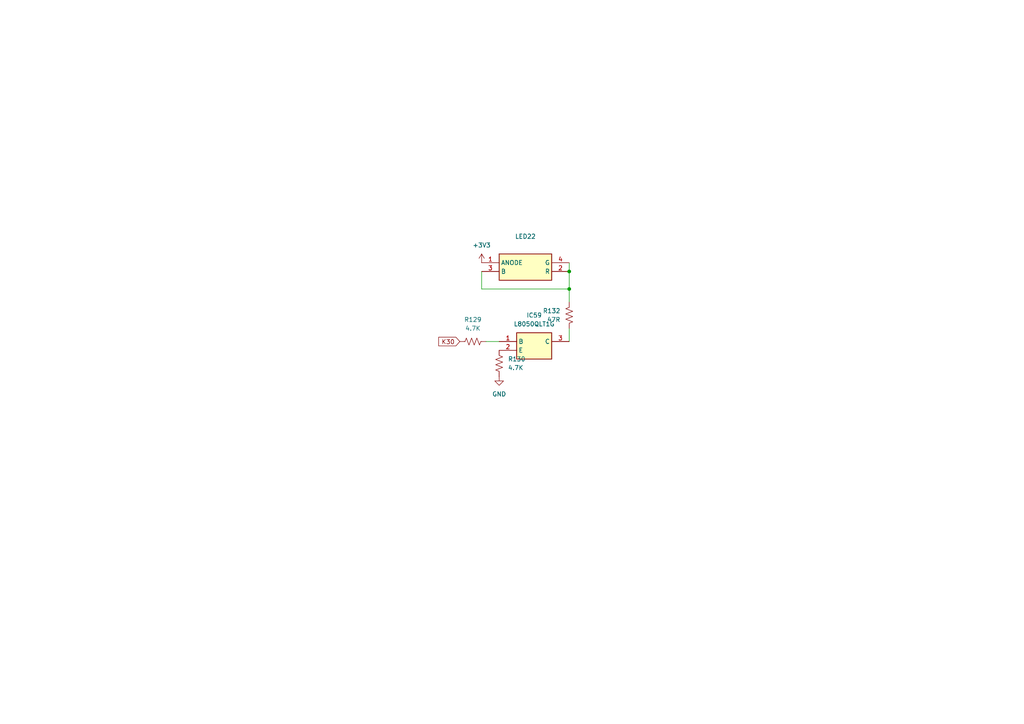
<source format=kicad_sch>
(kicad_sch
	(version 20231120)
	(generator "eeschema")
	(generator_version "8.0")
	(uuid "13692a03-f017-4d54-8fc8-47e96244986a")
	(paper "A4")
	(lib_symbols
		(symbol "Device:R_US"
			(pin_numbers hide)
			(pin_names
				(offset 0)
			)
			(exclude_from_sim no)
			(in_bom yes)
			(on_board yes)
			(property "Reference" "R"
				(at 2.54 0 90)
				(effects
					(font
						(size 1.27 1.27)
					)
				)
			)
			(property "Value" "R_US"
				(at -2.54 0 90)
				(effects
					(font
						(size 1.27 1.27)
					)
				)
			)
			(property "Footprint" ""
				(at 1.016 -0.254 90)
				(effects
					(font
						(size 1.27 1.27)
					)
					(hide yes)
				)
			)
			(property "Datasheet" "~"
				(at 0 0 0)
				(effects
					(font
						(size 1.27 1.27)
					)
					(hide yes)
				)
			)
			(property "Description" "Resistor, US symbol"
				(at 0 0 0)
				(effects
					(font
						(size 1.27 1.27)
					)
					(hide yes)
				)
			)
			(property "ki_keywords" "R res resistor"
				(at 0 0 0)
				(effects
					(font
						(size 1.27 1.27)
					)
					(hide yes)
				)
			)
			(property "ki_fp_filters" "R_*"
				(at 0 0 0)
				(effects
					(font
						(size 1.27 1.27)
					)
					(hide yes)
				)
			)
			(symbol "R_US_0_1"
				(polyline
					(pts
						(xy 0 -2.286) (xy 0 -2.54)
					)
					(stroke
						(width 0)
						(type default)
					)
					(fill
						(type none)
					)
				)
				(polyline
					(pts
						(xy 0 2.286) (xy 0 2.54)
					)
					(stroke
						(width 0)
						(type default)
					)
					(fill
						(type none)
					)
				)
				(polyline
					(pts
						(xy 0 -0.762) (xy 1.016 -1.143) (xy 0 -1.524) (xy -1.016 -1.905) (xy 0 -2.286)
					)
					(stroke
						(width 0)
						(type default)
					)
					(fill
						(type none)
					)
				)
				(polyline
					(pts
						(xy 0 0.762) (xy 1.016 0.381) (xy 0 0) (xy -1.016 -0.381) (xy 0 -0.762)
					)
					(stroke
						(width 0)
						(type default)
					)
					(fill
						(type none)
					)
				)
				(polyline
					(pts
						(xy 0 2.286) (xy 1.016 1.905) (xy 0 1.524) (xy -1.016 1.143) (xy 0 0.762)
					)
					(stroke
						(width 0)
						(type default)
					)
					(fill
						(type none)
					)
				)
			)
			(symbol "R_US_1_1"
				(pin passive line
					(at 0 3.81 270)
					(length 1.27)
					(name "~"
						(effects
							(font
								(size 1.27 1.27)
							)
						)
					)
					(number "1"
						(effects
							(font
								(size 1.27 1.27)
							)
						)
					)
				)
				(pin passive line
					(at 0 -3.81 90)
					(length 1.27)
					(name "~"
						(effects
							(font
								(size 1.27 1.27)
							)
						)
					)
					(number "2"
						(effects
							(font
								(size 1.27 1.27)
							)
						)
					)
				)
			)
		)
		(symbol "L8050QLT1G:L8050QLT1G"
			(exclude_from_sim no)
			(in_bom yes)
			(on_board yes)
			(property "Reference" "IC"
				(at 16.51 7.62 0)
				(effects
					(font
						(size 1.27 1.27)
					)
					(justify left top)
				)
			)
			(property "Value" "L8050QLT1G"
				(at 16.51 5.08 0)
				(effects
					(font
						(size 1.27 1.27)
					)
					(justify left top)
				)
			)
			(property "Footprint" "L8050QLT1G"
				(at 16.51 -94.92 0)
				(effects
					(font
						(size 1.27 1.27)
					)
					(justify left top)
					(hide yes)
				)
			)
			(property "Datasheet" "https://datasheet.datasheetarchive.com/originals/distributors/Datasheets-28/DSA-558356.pdf"
				(at 16.51 -194.92 0)
				(effects
					(font
						(size 1.27 1.27)
					)
					(justify left top)
					(hide yes)
				)
			)
			(property "Description" "Trans GP BJT NPN 25V 0.8A 3-Pin SOT-23 T/R"
				(at 0 0 0)
				(effects
					(font
						(size 1.27 1.27)
					)
					(hide yes)
				)
			)
			(property "Height" "1.11"
				(at 16.51 -394.92 0)
				(effects
					(font
						(size 1.27 1.27)
					)
					(justify left top)
					(hide yes)
				)
			)
			(property "Manufacturer_Name" "LRC"
				(at 16.51 -494.92 0)
				(effects
					(font
						(size 1.27 1.27)
					)
					(justify left top)
					(hide yes)
				)
			)
			(property "Manufacturer_Part_Number" "L8050QLT1G"
				(at 16.51 -594.92 0)
				(effects
					(font
						(size 1.27 1.27)
					)
					(justify left top)
					(hide yes)
				)
			)
			(property "Mouser Part Number" ""
				(at 16.51 -694.92 0)
				(effects
					(font
						(size 1.27 1.27)
					)
					(justify left top)
					(hide yes)
				)
			)
			(property "Mouser Price/Stock" ""
				(at 16.51 -794.92 0)
				(effects
					(font
						(size 1.27 1.27)
					)
					(justify left top)
					(hide yes)
				)
			)
			(property "Arrow Part Number" ""
				(at 16.51 -894.92 0)
				(effects
					(font
						(size 1.27 1.27)
					)
					(justify left top)
					(hide yes)
				)
			)
			(property "Arrow Price/Stock" ""
				(at 16.51 -994.92 0)
				(effects
					(font
						(size 1.27 1.27)
					)
					(justify left top)
					(hide yes)
				)
			)
			(symbol "L8050QLT1G_1_1"
				(rectangle
					(start 5.08 2.54)
					(end 15.24 -5.08)
					(stroke
						(width 0.254)
						(type default)
					)
					(fill
						(type background)
					)
				)
				(pin passive line
					(at 0 0 0)
					(length 5.08)
					(name "B"
						(effects
							(font
								(size 1.27 1.27)
							)
						)
					)
					(number "1"
						(effects
							(font
								(size 1.27 1.27)
							)
						)
					)
				)
				(pin passive line
					(at 0 -2.54 0)
					(length 5.08)
					(name "E"
						(effects
							(font
								(size 1.27 1.27)
							)
						)
					)
					(number "2"
						(effects
							(font
								(size 1.27 1.27)
							)
						)
					)
				)
				(pin passive line
					(at 20.32 0 180)
					(length 5.08)
					(name "C"
						(effects
							(font
								(size 1.27 1.27)
							)
						)
					)
					(number "3"
						(effects
							(font
								(size 1.27 1.27)
							)
						)
					)
				)
			)
		)
		(symbol "LTRBR37G-4R4S-0125-0-2-R18:LTRBR37G-4R4S-0125-0-2-R18"
			(exclude_from_sim no)
			(in_bom yes)
			(on_board yes)
			(property "Reference" "LED"
				(at 21.59 7.62 0)
				(effects
					(font
						(size 1.27 1.27)
					)
					(justify left top)
				)
			)
			(property "Value" "LTRBR37G-4R4S-0125-0-2-R18"
				(at 21.59 5.08 0)
				(effects
					(font
						(size 1.27 1.27)
					)
					(justify left top)
				)
			)
			(property "Footprint" "LTRBR37G4R4S012502R18"
				(at 21.59 -94.92 0)
				(effects
					(font
						(size 1.27 1.27)
					)
					(justify left top)
					(hide yes)
				)
			)
			(property "Datasheet" "https://dammedia.osram.info/media/resource/hires/osram-dam-6751107/LTRB%20R37G_EN.pdf"
				(at 21.59 -194.92 0)
				(effects
					(font
						(size 1.27 1.27)
					)
					(justify left top)
					(hide yes)
				)
			)
			(property "Description" "Standard LEDs - SMD RGB LED"
				(at 0 0 0)
				(effects
					(font
						(size 1.27 1.27)
					)
					(hide yes)
				)
			)
			(property "Height" "0.35"
				(at 21.59 -394.92 0)
				(effects
					(font
						(size 1.27 1.27)
					)
					(justify left top)
					(hide yes)
				)
			)
			(property "Manufacturer_Name" "ams OSRAM"
				(at 21.59 -494.92 0)
				(effects
					(font
						(size 1.27 1.27)
					)
					(justify left top)
					(hide yes)
				)
			)
			(property "Manufacturer_Part_Number" "LTRBR37G-4R4S-0125-0-2-R18"
				(at 21.59 -594.92 0)
				(effects
					(font
						(size 1.27 1.27)
					)
					(justify left top)
					(hide yes)
				)
			)
			(property "Mouser Part Number" "720-LTRBR37GA6714"
				(at 21.59 -694.92 0)
				(effects
					(font
						(size 1.27 1.27)
					)
					(justify left top)
					(hide yes)
				)
			)
			(property "Mouser Price/Stock" "https://www.mouser.co.uk/ProductDetail/OSRAM-Opto-Semiconductors/LTRBR37G-4R4S-0125-0-2-R18?qs=PzGy0jfpSMv%252B%2FTjn17xfbA%3D%3D"
				(at 21.59 -794.92 0)
				(effects
					(font
						(size 1.27 1.27)
					)
					(justify left top)
					(hide yes)
				)
			)
			(property "Arrow Part Number" "LTRBR37G-4R4S-0125-0-2-R18"
				(at 21.59 -894.92 0)
				(effects
					(font
						(size 1.27 1.27)
					)
					(justify left top)
					(hide yes)
				)
			)
			(property "Arrow Price/Stock" "https://www.arrow.com/en/products/ltrbr37g-4r4s-0125-0-2-r18/osram-opto-semiconductors?region=nac"
				(at 21.59 -994.92 0)
				(effects
					(font
						(size 1.27 1.27)
					)
					(justify left top)
					(hide yes)
				)
			)
			(symbol "LTRBR37G-4R4S-0125-0-2-R18_1_1"
				(rectangle
					(start 5.08 2.54)
					(end 20.32 -5.08)
					(stroke
						(width 0.254)
						(type default)
					)
					(fill
						(type background)
					)
				)
				(pin passive line
					(at 25.4 0 180)
					(length 5.08)
					(name "ANODE"
						(effects
							(font
								(size 1.27 1.27)
							)
						)
					)
					(number "1"
						(effects
							(font
								(size 1.27 1.27)
							)
						)
					)
				)
				(pin passive line
					(at 0 -2.54 0)
					(length 5.08)
					(name "R"
						(effects
							(font
								(size 1.27 1.27)
							)
						)
					)
					(number "2"
						(effects
							(font
								(size 1.27 1.27)
							)
						)
					)
				)
				(pin passive line
					(at 25.4 -2.54 180)
					(length 5.08)
					(name "B"
						(effects
							(font
								(size 1.27 1.27)
							)
						)
					)
					(number "3"
						(effects
							(font
								(size 1.27 1.27)
							)
						)
					)
				)
				(pin passive line
					(at 0 0 0)
					(length 5.08)
					(name "G"
						(effects
							(font
								(size 1.27 1.27)
							)
						)
					)
					(number "4"
						(effects
							(font
								(size 1.27 1.27)
							)
						)
					)
				)
			)
		)
		(symbol "power:+3V3"
			(power)
			(pin_numbers hide)
			(pin_names
				(offset 0) hide)
			(exclude_from_sim no)
			(in_bom yes)
			(on_board yes)
			(property "Reference" "#PWR"
				(at 0 -3.81 0)
				(effects
					(font
						(size 1.27 1.27)
					)
					(hide yes)
				)
			)
			(property "Value" "+3V3"
				(at 0 3.556 0)
				(effects
					(font
						(size 1.27 1.27)
					)
				)
			)
			(property "Footprint" ""
				(at 0 0 0)
				(effects
					(font
						(size 1.27 1.27)
					)
					(hide yes)
				)
			)
			(property "Datasheet" ""
				(at 0 0 0)
				(effects
					(font
						(size 1.27 1.27)
					)
					(hide yes)
				)
			)
			(property "Description" "Power symbol creates a global label with name \"+3V3\""
				(at 0 0 0)
				(effects
					(font
						(size 1.27 1.27)
					)
					(hide yes)
				)
			)
			(property "ki_keywords" "global power"
				(at 0 0 0)
				(effects
					(font
						(size 1.27 1.27)
					)
					(hide yes)
				)
			)
			(symbol "+3V3_0_1"
				(polyline
					(pts
						(xy -0.762 1.27) (xy 0 2.54)
					)
					(stroke
						(width 0)
						(type default)
					)
					(fill
						(type none)
					)
				)
				(polyline
					(pts
						(xy 0 0) (xy 0 2.54)
					)
					(stroke
						(width 0)
						(type default)
					)
					(fill
						(type none)
					)
				)
				(polyline
					(pts
						(xy 0 2.54) (xy 0.762 1.27)
					)
					(stroke
						(width 0)
						(type default)
					)
					(fill
						(type none)
					)
				)
			)
			(symbol "+3V3_1_1"
				(pin power_in line
					(at 0 0 90)
					(length 0)
					(name "~"
						(effects
							(font
								(size 1.27 1.27)
							)
						)
					)
					(number "1"
						(effects
							(font
								(size 1.27 1.27)
							)
						)
					)
				)
			)
		)
		(symbol "power:GND"
			(power)
			(pin_numbers hide)
			(pin_names
				(offset 0) hide)
			(exclude_from_sim no)
			(in_bom yes)
			(on_board yes)
			(property "Reference" "#PWR"
				(at 0 -6.35 0)
				(effects
					(font
						(size 1.27 1.27)
					)
					(hide yes)
				)
			)
			(property "Value" "GND"
				(at 0 -3.81 0)
				(effects
					(font
						(size 1.27 1.27)
					)
				)
			)
			(property "Footprint" ""
				(at 0 0 0)
				(effects
					(font
						(size 1.27 1.27)
					)
					(hide yes)
				)
			)
			(property "Datasheet" ""
				(at 0 0 0)
				(effects
					(font
						(size 1.27 1.27)
					)
					(hide yes)
				)
			)
			(property "Description" "Power symbol creates a global label with name \"GND\" , ground"
				(at 0 0 0)
				(effects
					(font
						(size 1.27 1.27)
					)
					(hide yes)
				)
			)
			(property "ki_keywords" "global power"
				(at 0 0 0)
				(effects
					(font
						(size 1.27 1.27)
					)
					(hide yes)
				)
			)
			(symbol "GND_0_1"
				(polyline
					(pts
						(xy 0 0) (xy 0 -1.27) (xy 1.27 -1.27) (xy 0 -2.54) (xy -1.27 -1.27) (xy 0 -1.27)
					)
					(stroke
						(width 0)
						(type default)
					)
					(fill
						(type none)
					)
				)
			)
			(symbol "GND_1_1"
				(pin power_in line
					(at 0 0 270)
					(length 0)
					(name "~"
						(effects
							(font
								(size 1.27 1.27)
							)
						)
					)
					(number "1"
						(effects
							(font
								(size 1.27 1.27)
							)
						)
					)
				)
			)
		)
	)
	(junction
		(at 165.1 78.74)
		(diameter 0)
		(color 0 0 0 0)
		(uuid "dbd65c6f-c378-4fef-8603-fb4cda2a3df7")
	)
	(junction
		(at 165.1 83.82)
		(diameter 0)
		(color 0 0 0 0)
		(uuid "f48c499e-dd75-4d77-a2bf-63591cabcd66")
	)
	(wire
		(pts
			(xy 165.1 76.2) (xy 165.1 78.74)
		)
		(stroke
			(width 0)
			(type default)
		)
		(uuid "3d408e43-c8b3-4005-b9eb-3ded772969b0")
	)
	(wire
		(pts
			(xy 140.97 99.06) (xy 144.78 99.06)
		)
		(stroke
			(width 0)
			(type default)
		)
		(uuid "50109600-0572-4c60-9e24-ecbcb3666adb")
	)
	(wire
		(pts
			(xy 139.7 78.74) (xy 139.7 83.82)
		)
		(stroke
			(width 0)
			(type default)
		)
		(uuid "68e54296-ad67-4ebb-b3a6-a777097849a8")
	)
	(wire
		(pts
			(xy 165.1 95.25) (xy 165.1 99.06)
		)
		(stroke
			(width 0)
			(type default)
		)
		(uuid "704a20fd-1862-44e1-a579-35ef9d959458")
	)
	(wire
		(pts
			(xy 165.1 83.82) (xy 165.1 78.74)
		)
		(stroke
			(width 0)
			(type default)
		)
		(uuid "90417380-b7ec-4424-b14c-8c53efe2f60a")
	)
	(wire
		(pts
			(xy 139.7 83.82) (xy 165.1 83.82)
		)
		(stroke
			(width 0)
			(type default)
		)
		(uuid "b24d7230-d332-43c0-8d6c-e52f9901fc2c")
	)
	(wire
		(pts
			(xy 165.1 87.63) (xy 165.1 83.82)
		)
		(stroke
			(width 0)
			(type default)
		)
		(uuid "b7f167fe-f884-4ba3-9dc7-46a9af99a06b")
	)
	(global_label "K30"
		(shape input)
		(at 133.35 99.06 180)
		(fields_autoplaced yes)
		(effects
			(font
				(size 1.27 1.27)
			)
			(justify right)
		)
		(uuid "fc176020-99ed-4fb1-9fc1-710861475e94")
		(property "Intersheetrefs" "${INTERSHEET_REFS}"
			(at 126.6758 99.06 0)
			(effects
				(font
					(size 1.27 1.27)
				)
				(justify right)
				(hide yes)
			)
		)
	)
	(symbol
		(lib_id "power:GND")
		(at 144.78 109.22 0)
		(unit 1)
		(exclude_from_sim no)
		(in_bom yes)
		(on_board yes)
		(dnp no)
		(fields_autoplaced yes)
		(uuid "26a1464f-01bf-47a7-bedf-fd168d8687fa")
		(property "Reference" "#PWR0181"
			(at 144.78 115.57 0)
			(effects
				(font
					(size 1.27 1.27)
				)
				(hide yes)
			)
		)
		(property "Value" "GND"
			(at 144.78 114.3 0)
			(effects
				(font
					(size 1.27 1.27)
				)
			)
		)
		(property "Footprint" ""
			(at 144.78 109.22 0)
			(effects
				(font
					(size 1.27 1.27)
				)
				(hide yes)
			)
		)
		(property "Datasheet" ""
			(at 144.78 109.22 0)
			(effects
				(font
					(size 1.27 1.27)
				)
				(hide yes)
			)
		)
		(property "Description" "Power symbol creates a global label with name \"GND\" , ground"
			(at 144.78 109.22 0)
			(effects
				(font
					(size 1.27 1.27)
				)
				(hide yes)
			)
		)
		(pin "1"
			(uuid "c00e04f1-2096-46f6-b7a1-2e7d7214a435")
		)
		(instances
			(project "sdr"
				(path "/e4d3289e-0ccf-4dc8-988c-0c08b099df28/15511a8f-b643-4913-bbcb-c02227beec6b"
					(reference "#PWR0181")
					(unit 1)
				)
			)
		)
	)
	(symbol
		(lib_id "Device:R_US")
		(at 137.16 99.06 90)
		(unit 1)
		(exclude_from_sim no)
		(in_bom yes)
		(on_board yes)
		(dnp no)
		(fields_autoplaced yes)
		(uuid "484b9582-5468-4adb-9e78-b9dfddd419af")
		(property "Reference" "R129"
			(at 137.16 92.71 90)
			(effects
				(font
					(size 1.27 1.27)
				)
			)
		)
		(property "Value" "4.7K"
			(at 137.16 95.25 90)
			(effects
				(font
					(size 1.27 1.27)
				)
			)
		)
		(property "Footprint" "Resistor_SMD:R_0603_1608Metric"
			(at 137.414 98.044 90)
			(effects
				(font
					(size 1.27 1.27)
				)
				(hide yes)
			)
		)
		(property "Datasheet" "~"
			(at 137.16 99.06 0)
			(effects
				(font
					(size 1.27 1.27)
				)
				(hide yes)
			)
		)
		(property "Description" "Resistor, US symbol"
			(at 137.16 99.06 0)
			(effects
				(font
					(size 1.27 1.27)
				)
				(hide yes)
			)
		)
		(pin "2"
			(uuid "9ffcffab-001b-4447-aac4-ec6b2d83d1cb")
		)
		(pin "1"
			(uuid "08520292-f07d-40ae-8928-6266fac90311")
		)
		(instances
			(project "sdr"
				(path "/e4d3289e-0ccf-4dc8-988c-0c08b099df28/15511a8f-b643-4913-bbcb-c02227beec6b"
					(reference "R129")
					(unit 1)
				)
			)
		)
	)
	(symbol
		(lib_id "LTRBR37G-4R4S-0125-0-2-R18:LTRBR37G-4R4S-0125-0-2-R18")
		(at 165.1 76.2 0)
		(mirror y)
		(unit 1)
		(exclude_from_sim no)
		(in_bom yes)
		(on_board yes)
		(dnp no)
		(fields_autoplaced yes)
		(uuid "49c5eb92-f191-4856-8b33-04aad1ec6a28")
		(property "Reference" "LED22"
			(at 152.4 68.58 0)
			(effects
				(font
					(size 1.27 1.27)
				)
			)
		)
		(property "Value" "LTRBR37G-4R4S-0125-0-2-R18"
			(at 152.4 71.12 0)
			(effects
				(font
					(size 1.27 1.27)
				)
				(hide yes)
			)
		)
		(property "Footprint" "LTRBR37G4R4S012502R18"
			(at 143.51 171.12 0)
			(effects
				(font
					(size 1.27 1.27)
				)
				(justify left top)
				(hide yes)
			)
		)
		(property "Datasheet" "https://dammedia.osram.info/media/resource/hires/osram-dam-6751107/LTRB%20R37G_EN.pdf"
			(at 143.51 271.12 0)
			(effects
				(font
					(size 1.27 1.27)
				)
				(justify left top)
				(hide yes)
			)
		)
		(property "Description" "Standard LEDs - SMD RGB LED"
			(at 165.1 76.2 0)
			(effects
				(font
					(size 1.27 1.27)
				)
				(hide yes)
			)
		)
		(property "Height" "0.35"
			(at 143.51 471.12 0)
			(effects
				(font
					(size 1.27 1.27)
				)
				(justify left top)
				(hide yes)
			)
		)
		(property "Manufacturer_Name" "ams OSRAM"
			(at 143.51 571.12 0)
			(effects
				(font
					(size 1.27 1.27)
				)
				(justify left top)
				(hide yes)
			)
		)
		(property "Manufacturer_Part_Number" "LTRBR37G-4R4S-0125-0-2-R18"
			(at 143.51 671.12 0)
			(effects
				(font
					(size 1.27 1.27)
				)
				(justify left top)
				(hide yes)
			)
		)
		(property "Mouser Part Number" "720-LTRBR37GA6714"
			(at 143.51 771.12 0)
			(effects
				(font
					(size 1.27 1.27)
				)
				(justify left top)
				(hide yes)
			)
		)
		(property "Mouser Price/Stock" "https://www.mouser.co.uk/ProductDetail/OSRAM-Opto-Semiconductors/LTRBR37G-4R4S-0125-0-2-R18?qs=PzGy0jfpSMv%252B%2FTjn17xfbA%3D%3D"
			(at 143.51 871.12 0)
			(effects
				(font
					(size 1.27 1.27)
				)
				(justify left top)
				(hide yes)
			)
		)
		(property "Arrow Part Number" "LTRBR37G-4R4S-0125-0-2-R18"
			(at 143.51 971.12 0)
			(effects
				(font
					(size 1.27 1.27)
				)
				(justify left top)
				(hide yes)
			)
		)
		(property "Arrow Price/Stock" "https://www.arrow.com/en/products/ltrbr37g-4r4s-0125-0-2-r18/osram-opto-semiconductors?region=nac"
			(at 143.51 1071.12 0)
			(effects
				(font
					(size 1.27 1.27)
				)
				(justify left top)
				(hide yes)
			)
		)
		(pin "2"
			(uuid "583f00f8-f68b-41ac-9376-060bb2296af1")
		)
		(pin "1"
			(uuid "0acd4a8c-0145-407c-8a23-2ff5ca8e16c1")
		)
		(pin "4"
			(uuid "27d3b80e-ae1e-4d73-b6c1-dbdbed5edbe2")
		)
		(pin "3"
			(uuid "3516b928-d212-4300-9b04-62ea5163601b")
		)
		(instances
			(project "sdr"
				(path "/e4d3289e-0ccf-4dc8-988c-0c08b099df28/15511a8f-b643-4913-bbcb-c02227beec6b"
					(reference "LED22")
					(unit 1)
				)
			)
		)
	)
	(symbol
		(lib_id "Device:R_US")
		(at 165.1 91.44 0)
		(mirror x)
		(unit 1)
		(exclude_from_sim no)
		(in_bom yes)
		(on_board yes)
		(dnp no)
		(fields_autoplaced yes)
		(uuid "50281030-7034-4d77-9180-6f0533aa4898")
		(property "Reference" "R132"
			(at 162.56 90.1699 0)
			(effects
				(font
					(size 1.27 1.27)
				)
				(justify right)
			)
		)
		(property "Value" "47R"
			(at 162.56 92.7099 0)
			(effects
				(font
					(size 1.27 1.27)
				)
				(justify right)
			)
		)
		(property "Footprint" "Resistor_SMD:R_0603_1608Metric"
			(at 166.116 91.186 90)
			(effects
				(font
					(size 1.27 1.27)
				)
				(hide yes)
			)
		)
		(property "Datasheet" "~"
			(at 165.1 91.44 0)
			(effects
				(font
					(size 1.27 1.27)
				)
				(hide yes)
			)
		)
		(property "Description" "Resistor, US symbol"
			(at 165.1 91.44 0)
			(effects
				(font
					(size 1.27 1.27)
				)
				(hide yes)
			)
		)
		(pin "2"
			(uuid "6a6e3d38-8f61-4a0b-b136-471108771b2d")
		)
		(pin "1"
			(uuid "bb426617-ecb4-4a24-b8a6-e58f0cdf646f")
		)
		(instances
			(project "sdr"
				(path "/e4d3289e-0ccf-4dc8-988c-0c08b099df28/15511a8f-b643-4913-bbcb-c02227beec6b"
					(reference "R132")
					(unit 1)
				)
			)
		)
	)
	(symbol
		(lib_id "Device:R_US")
		(at 144.78 105.41 180)
		(unit 1)
		(exclude_from_sim no)
		(in_bom yes)
		(on_board yes)
		(dnp no)
		(fields_autoplaced yes)
		(uuid "5c19758a-06c0-4b9d-ad44-26233a569d8c")
		(property "Reference" "R130"
			(at 147.32 104.1399 0)
			(effects
				(font
					(size 1.27 1.27)
				)
				(justify right)
			)
		)
		(property "Value" "4.7K"
			(at 147.32 106.6799 0)
			(effects
				(font
					(size 1.27 1.27)
				)
				(justify right)
			)
		)
		(property "Footprint" "Resistor_SMD:R_0603_1608Metric"
			(at 143.764 105.156 90)
			(effects
				(font
					(size 1.27 1.27)
				)
				(hide yes)
			)
		)
		(property "Datasheet" "~"
			(at 144.78 105.41 0)
			(effects
				(font
					(size 1.27 1.27)
				)
				(hide yes)
			)
		)
		(property "Description" "Resistor, US symbol"
			(at 144.78 105.41 0)
			(effects
				(font
					(size 1.27 1.27)
				)
				(hide yes)
			)
		)
		(pin "2"
			(uuid "ea1ae52f-423c-43c6-a510-09dedca6acd0")
		)
		(pin "1"
			(uuid "59d642b7-c18e-44cf-b1a0-547586357f01")
		)
		(instances
			(project "sdr"
				(path "/e4d3289e-0ccf-4dc8-988c-0c08b099df28/15511a8f-b643-4913-bbcb-c02227beec6b"
					(reference "R130")
					(unit 1)
				)
			)
		)
	)
	(symbol
		(lib_id "power:+3V3")
		(at 139.7 76.2 0)
		(mirror y)
		(unit 1)
		(exclude_from_sim no)
		(in_bom yes)
		(on_board yes)
		(dnp no)
		(fields_autoplaced yes)
		(uuid "8f47c777-94c2-41f4-88a3-e7460e44da8f")
		(property "Reference" "#PWR0177"
			(at 139.7 80.01 0)
			(effects
				(font
					(size 1.27 1.27)
				)
				(hide yes)
			)
		)
		(property "Value" "+3V3"
			(at 139.7 71.12 0)
			(effects
				(font
					(size 1.27 1.27)
				)
			)
		)
		(property "Footprint" ""
			(at 139.7 76.2 0)
			(effects
				(font
					(size 1.27 1.27)
				)
				(hide yes)
			)
		)
		(property "Datasheet" ""
			(at 139.7 76.2 0)
			(effects
				(font
					(size 1.27 1.27)
				)
				(hide yes)
			)
		)
		(property "Description" "Power symbol creates a global label with name \"+3V3\""
			(at 139.7 76.2 0)
			(effects
				(font
					(size 1.27 1.27)
				)
				(hide yes)
			)
		)
		(pin "1"
			(uuid "e978cfc5-55b8-4d06-b6b2-802f25ae62f8")
		)
		(instances
			(project "sdr"
				(path "/e4d3289e-0ccf-4dc8-988c-0c08b099df28/15511a8f-b643-4913-bbcb-c02227beec6b"
					(reference "#PWR0177")
					(unit 1)
				)
			)
		)
	)
	(symbol
		(lib_id "L8050QLT1G:L8050QLT1G")
		(at 144.78 99.06 0)
		(unit 1)
		(exclude_from_sim no)
		(in_bom yes)
		(on_board yes)
		(dnp no)
		(fields_autoplaced yes)
		(uuid "e54d7d14-4e3e-4450-a448-59f8cba13965")
		(property "Reference" "IC59"
			(at 154.94 91.44 0)
			(effects
				(font
					(size 1.27 1.27)
				)
			)
		)
		(property "Value" "L8050QLT1G"
			(at 154.94 93.98 0)
			(effects
				(font
					(size 1.27 1.27)
				)
			)
		)
		(property "Footprint" "L8050QLT1G"
			(at 161.29 193.98 0)
			(effects
				(font
					(size 1.27 1.27)
				)
				(justify left top)
				(hide yes)
			)
		)
		(property "Datasheet" "https://datasheet.datasheetarchive.com/originals/distributors/Datasheets-28/DSA-558356.pdf"
			(at 161.29 293.98 0)
			(effects
				(font
					(size 1.27 1.27)
				)
				(justify left top)
				(hide yes)
			)
		)
		(property "Description" "Trans GP BJT NPN 25V 0.8A 3-Pin SOT-23 T/R"
			(at 144.78 99.06 0)
			(effects
				(font
					(size 1.27 1.27)
				)
				(hide yes)
			)
		)
		(property "Height" "1.11"
			(at 161.29 493.98 0)
			(effects
				(font
					(size 1.27 1.27)
				)
				(justify left top)
				(hide yes)
			)
		)
		(property "Manufacturer_Name" "LRC"
			(at 161.29 593.98 0)
			(effects
				(font
					(size 1.27 1.27)
				)
				(justify left top)
				(hide yes)
			)
		)
		(property "Manufacturer_Part_Number" "L8050QLT1G"
			(at 161.29 693.98 0)
			(effects
				(font
					(size 1.27 1.27)
				)
				(justify left top)
				(hide yes)
			)
		)
		(property "Mouser Part Number" ""
			(at 161.29 793.98 0)
			(effects
				(font
					(size 1.27 1.27)
				)
				(justify left top)
				(hide yes)
			)
		)
		(property "Mouser Price/Stock" ""
			(at 161.29 893.98 0)
			(effects
				(font
					(size 1.27 1.27)
				)
				(justify left top)
				(hide yes)
			)
		)
		(property "Arrow Part Number" ""
			(at 161.29 993.98 0)
			(effects
				(font
					(size 1.27 1.27)
				)
				(justify left top)
				(hide yes)
			)
		)
		(property "Arrow Price/Stock" ""
			(at 161.29 1093.98 0)
			(effects
				(font
					(size 1.27 1.27)
				)
				(justify left top)
				(hide yes)
			)
		)
		(pin "3"
			(uuid "93eae738-9685-4c2a-92b8-7130c04377ca")
		)
		(pin "1"
			(uuid "adfe71be-8acc-443a-97cf-f5bb8a6aebf0")
		)
		(pin "2"
			(uuid "a6aefa17-c770-4bff-950a-0383e93fa3f8")
		)
		(instances
			(project "sdr"
				(path "/e4d3289e-0ccf-4dc8-988c-0c08b099df28/15511a8f-b643-4913-bbcb-c02227beec6b"
					(reference "IC59")
					(unit 1)
				)
			)
		)
	)
)

</source>
